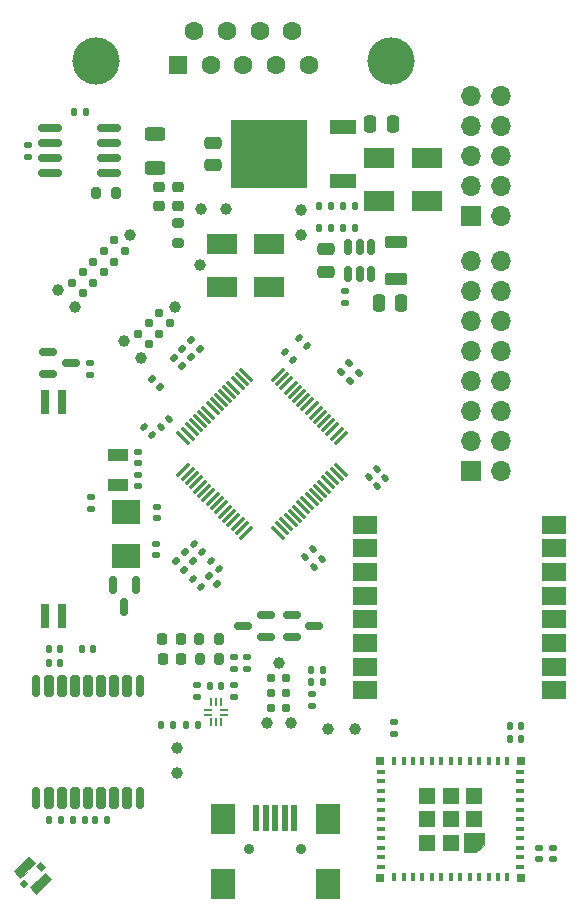
<source format=gbr>
%TF.GenerationSoftware,KiCad,Pcbnew,(6.0.9)*%
%TF.CreationDate,2023-01-07T15:13:03-07:00*%
%TF.ProjectId,gd32-devboard,67643332-2d64-4657-9662-6f6172642e6b,rev?*%
%TF.SameCoordinates,Original*%
%TF.FileFunction,Soldermask,Top*%
%TF.FilePolarity,Negative*%
%FSLAX46Y46*%
G04 Gerber Fmt 4.6, Leading zero omitted, Abs format (unit mm)*
G04 Created by KiCad (PCBNEW (6.0.9)) date 2023-01-07 15:13:03*
%MOMM*%
%LPD*%
G01*
G04 APERTURE LIST*
G04 Aperture macros list*
%AMRoundRect*
0 Rectangle with rounded corners*
0 $1 Rounding radius*
0 $2 $3 $4 $5 $6 $7 $8 $9 X,Y pos of 4 corners*
0 Add a 4 corners polygon primitive as box body*
4,1,4,$2,$3,$4,$5,$6,$7,$8,$9,$2,$3,0*
0 Add four circle primitives for the rounded corners*
1,1,$1+$1,$2,$3*
1,1,$1+$1,$4,$5*
1,1,$1+$1,$6,$7*
1,1,$1+$1,$8,$9*
0 Add four rect primitives between the rounded corners*
20,1,$1+$1,$2,$3,$4,$5,0*
20,1,$1+$1,$4,$5,$6,$7,0*
20,1,$1+$1,$6,$7,$8,$9,0*
20,1,$1+$1,$8,$9,$2,$3,0*%
%AMRotRect*
0 Rectangle, with rotation*
0 The origin of the aperture is its center*
0 $1 length*
0 $2 width*
0 $3 Rotation angle, in degrees counterclockwise*
0 Add horizontal line*
21,1,$1,$2,0,0,$3*%
G04 Aperture macros list end*
%ADD10C,0.010000*%
%ADD11C,0.001000*%
%ADD12R,0.800000X0.400000*%
%ADD13R,0.400000X0.800000*%
%ADD14R,1.450000X1.450000*%
%ADD15R,0.700000X0.700000*%
%ADD16RoundRect,0.140000X-0.170000X0.140000X-0.170000X-0.140000X0.170000X-0.140000X0.170000X0.140000X0*%
%ADD17RoundRect,0.140000X0.219203X0.021213X0.021213X0.219203X-0.219203X-0.021213X-0.021213X-0.219203X0*%
%ADD18RoundRect,0.135000X-0.035355X0.226274X-0.226274X0.035355X0.035355X-0.226274X0.226274X-0.035355X0*%
%ADD19RoundRect,0.140000X-0.140000X-0.170000X0.140000X-0.170000X0.140000X0.170000X-0.140000X0.170000X0*%
%ADD20R,1.800000X1.000000*%
%ADD21R,0.800000X2.000000*%
%ADD22RoundRect,0.250000X-0.250000X-0.475000X0.250000X-0.475000X0.250000X0.475000X-0.250000X0.475000X0*%
%ADD23RoundRect,0.140000X0.140000X0.170000X-0.140000X0.170000X-0.140000X-0.170000X0.140000X-0.170000X0*%
%ADD24C,0.990600*%
%ADD25C,0.787400*%
%ADD26R,2.000000X1.500000*%
%ADD27C,1.000000*%
%ADD28R,1.700000X1.700000*%
%ADD29O,1.700000X1.700000*%
%ADD30RoundRect,0.150000X-0.150000X0.512500X-0.150000X-0.512500X0.150000X-0.512500X0.150000X0.512500X0*%
%ADD31RoundRect,0.218750X-0.256250X0.218750X-0.256250X-0.218750X0.256250X-0.218750X0.256250X0.218750X0*%
%ADD32RoundRect,0.140000X0.021213X-0.219203X0.219203X-0.021213X-0.021213X0.219203X-0.219203X0.021213X0*%
%ADD33RoundRect,0.135000X-0.185000X0.135000X-0.185000X-0.135000X0.185000X-0.135000X0.185000X0.135000X0*%
%ADD34C,4.000000*%
%ADD35R,1.600000X1.600000*%
%ADD36C,1.600000*%
%ADD37RoundRect,0.135000X-0.135000X-0.185000X0.135000X-0.185000X0.135000X0.185000X-0.135000X0.185000X0*%
%ADD38R,2.500000X1.800000*%
%ADD39RoundRect,0.140000X-0.021213X0.219203X-0.219203X0.021213X0.021213X-0.219203X0.219203X-0.021213X0*%
%ADD40RoundRect,0.150000X0.587500X0.150000X-0.587500X0.150000X-0.587500X-0.150000X0.587500X-0.150000X0*%
%ADD41RoundRect,0.135000X-0.226274X-0.035355X-0.035355X-0.226274X0.226274X0.035355X0.035355X0.226274X0*%
%ADD42RoundRect,0.150000X-0.587500X-0.150000X0.587500X-0.150000X0.587500X0.150000X-0.587500X0.150000X0*%
%ADD43RoundRect,0.175000X-0.175000X0.725000X-0.175000X-0.725000X0.175000X-0.725000X0.175000X0.725000X0*%
%ADD44RoundRect,0.200000X-0.200000X0.700000X-0.200000X-0.700000X0.200000X-0.700000X0.200000X0.700000X0*%
%ADD45R,0.762000X0.254000*%
%ADD46R,0.254000X0.762000*%
%ADD47RoundRect,0.200000X0.275000X-0.200000X0.275000X0.200000X-0.275000X0.200000X-0.275000X-0.200000X0*%
%ADD48RoundRect,0.140000X0.170000X-0.140000X0.170000X0.140000X-0.170000X0.140000X-0.170000X-0.140000X0*%
%ADD49R,2.200000X1.200000*%
%ADD50R,6.400000X5.800000*%
%ADD51RoundRect,0.135000X0.135000X0.185000X-0.135000X0.185000X-0.135000X-0.185000X0.135000X-0.185000X0*%
%ADD52RoundRect,0.075000X-0.441942X-0.548008X0.548008X0.441942X0.441942X0.548008X-0.548008X-0.441942X0*%
%ADD53RoundRect,0.075000X0.441942X-0.548008X0.548008X-0.441942X-0.441942X0.548008X-0.548008X0.441942X0*%
%ADD54RoundRect,0.135000X0.185000X-0.135000X0.185000X0.135000X-0.185000X0.135000X-0.185000X-0.135000X0*%
%ADD55R,2.400000X2.000000*%
%ADD56RotRect,0.600000X0.550000X135.000000*%
%ADD57RotRect,0.500000X0.500000X135.000000*%
%ADD58RoundRect,0.250000X0.475000X-0.250000X0.475000X0.250000X-0.475000X0.250000X-0.475000X-0.250000X0*%
%ADD59C,0.900000*%
%ADD60R,0.500000X2.300000*%
%ADD61R,2.000000X2.500000*%
%ADD62RoundRect,0.250000X0.700000X-0.275000X0.700000X0.275000X-0.700000X0.275000X-0.700000X-0.275000X0*%
%ADD63RoundRect,0.147500X0.226274X0.017678X0.017678X0.226274X-0.226274X-0.017678X-0.017678X-0.226274X0*%
%ADD64RoundRect,0.147500X0.147500X0.172500X-0.147500X0.172500X-0.147500X-0.172500X0.147500X-0.172500X0*%
%ADD65RoundRect,0.218750X0.218750X0.256250X-0.218750X0.256250X-0.218750X-0.256250X0.218750X-0.256250X0*%
%ADD66RoundRect,0.150000X-0.150000X0.587500X-0.150000X-0.587500X0.150000X-0.587500X0.150000X0.587500X0*%
%ADD67RoundRect,0.150000X-0.825000X-0.150000X0.825000X-0.150000X0.825000X0.150000X-0.825000X0.150000X0*%
%ADD68RoundRect,0.250000X-0.625000X0.312500X-0.625000X-0.312500X0.625000X-0.312500X0.625000X0.312500X0*%
%ADD69RoundRect,0.200000X0.200000X0.275000X-0.200000X0.275000X-0.200000X-0.275000X0.200000X-0.275000X0*%
G04 APERTURE END LIST*
%TO.C,U302*%
G36*
X59411204Y-102796204D02*
G01*
X58751204Y-103456204D01*
X57761204Y-103456204D01*
X57761204Y-101806204D01*
X59411204Y-101806204D01*
X59411204Y-102796204D01*
G37*
D10*
X59411204Y-102796204D02*
X58751204Y-103456204D01*
X57761204Y-103456204D01*
X57761204Y-101806204D01*
X59411204Y-101806204D01*
X59411204Y-102796204D01*
%TO.C,AE301*%
G36*
X22783919Y-105725269D02*
G01*
X21525269Y-106983919D01*
X20973726Y-106432376D01*
X21496985Y-105909117D01*
X21595980Y-105923259D01*
X21723259Y-105795980D01*
X21709117Y-105696985D01*
X22232376Y-105173726D01*
X22783919Y-105725269D01*
G37*
D11*
X22783919Y-105725269D02*
X21525269Y-106983919D01*
X20973726Y-106432376D01*
X21496985Y-105909117D01*
X21595980Y-105923259D01*
X21723259Y-105795980D01*
X21709117Y-105696985D01*
X22232376Y-105173726D01*
X22783919Y-105725269D01*
G36*
X21426274Y-104367624D02*
G01*
X20903015Y-104890883D01*
X20804020Y-104876741D01*
X20676741Y-105004020D01*
X20690883Y-105103015D01*
X20167624Y-105626274D01*
X19616081Y-105074731D01*
X20874731Y-103816081D01*
X21426274Y-104367624D01*
G37*
X21426274Y-104367624D02*
X20903015Y-104890883D01*
X20804020Y-104876741D01*
X20676741Y-105004020D01*
X20690883Y-105103015D01*
X20167624Y-105626274D01*
X19616081Y-105074731D01*
X20874731Y-103816081D01*
X21426274Y-104367624D01*
%TD*%
D12*
%TO.C,U302*%
X62511204Y-104656204D03*
X62511204Y-103856204D03*
X62511204Y-103056204D03*
X62511204Y-102256204D03*
X62511204Y-101456204D03*
X62511204Y-100656204D03*
X62511204Y-99856204D03*
X62511204Y-99056204D03*
X62511204Y-98256204D03*
X62511204Y-97456204D03*
X62511204Y-96656204D03*
D13*
X61411204Y-95756204D03*
X60611204Y-95756204D03*
X59811204Y-95756204D03*
X59011204Y-95756204D03*
X58211204Y-95756204D03*
X57411204Y-95756204D03*
X56611204Y-95756204D03*
X55811204Y-95756204D03*
X55011204Y-95756204D03*
X54211204Y-95756204D03*
X53411204Y-95756204D03*
X52611204Y-95756204D03*
X51811204Y-95756204D03*
D12*
X50711204Y-96656204D03*
X50711204Y-97456204D03*
X50711204Y-98256204D03*
X50711204Y-99056204D03*
X50711204Y-99856204D03*
X50711204Y-100656204D03*
X50711204Y-101456204D03*
X50711204Y-102256204D03*
X50711204Y-103056204D03*
X50711204Y-103856204D03*
X50711204Y-104656204D03*
D13*
X51811204Y-105556204D03*
X52611204Y-105556204D03*
X53411204Y-105556204D03*
X54211204Y-105556204D03*
X55011204Y-105556204D03*
X55811204Y-105556204D03*
X56611204Y-105556204D03*
X57411204Y-105556204D03*
X58211204Y-105556204D03*
X59011204Y-105556204D03*
X59811204Y-105556204D03*
X60611204Y-105556204D03*
X61411204Y-105556204D03*
D14*
X56611204Y-102631204D03*
X54636204Y-102631204D03*
X54636204Y-100656204D03*
X54636204Y-98681204D03*
X56611204Y-98681204D03*
X58586204Y-98681204D03*
X58586204Y-100656204D03*
X56611204Y-100656204D03*
D15*
X50661204Y-105606204D03*
X50661204Y-95706204D03*
X62561204Y-95706204D03*
X62561204Y-105606204D03*
%TD*%
D16*
%TO.C,C701*%
X26186204Y-73403796D03*
X26186204Y-74363796D03*
%TD*%
D17*
%TO.C,C207*%
X44480696Y-60552757D03*
X43801874Y-59873935D03*
%TD*%
D18*
%TO.C,R702*%
X48828651Y-62839046D03*
X48107403Y-63560294D03*
%TD*%
D16*
%TO.C,C205*%
X31706204Y-74223796D03*
X31706204Y-75183796D03*
%TD*%
%TO.C,C306*%
X64076204Y-103093795D03*
X64076204Y-104053795D03*
%TD*%
D19*
%TO.C,C310*%
X61593795Y-93843796D03*
X62553795Y-93843796D03*
%TD*%
D20*
%TO.C,Y201*%
X28406204Y-72343796D03*
X28406204Y-69843796D03*
%TD*%
D21*
%TO.C,BT201*%
X22230000Y-65350000D03*
X23730000Y-65350000D03*
%TD*%
D22*
%TO.C,C403*%
X50527450Y-56965009D03*
X52427450Y-56965009D03*
%TD*%
D23*
%TO.C,C302*%
X23553795Y-87446204D03*
X22593795Y-87446204D03*
%TD*%
D24*
%TO.C,J301*%
X43082203Y-92543795D03*
X41050203Y-92543795D03*
X42066203Y-87463795D03*
D25*
X41431203Y-88733795D03*
X42701203Y-88733795D03*
X41431203Y-90003795D03*
X42701203Y-90003795D03*
X41431203Y-91273795D03*
X42701203Y-91273795D03*
%TD*%
D17*
%TO.C,C215*%
X37024517Y-79447098D03*
X36345695Y-78768276D03*
%TD*%
D26*
%TO.C,U304*%
X65340000Y-89730000D03*
X65340000Y-87730000D03*
X65340000Y-85730000D03*
X65340000Y-83730000D03*
X65340000Y-81730000D03*
X65340000Y-79730000D03*
X65340000Y-77730000D03*
X65340000Y-75730000D03*
X49340000Y-75730000D03*
X49340000Y-77730000D03*
X49340000Y-79730000D03*
X49340000Y-81730000D03*
X49340000Y-83730000D03*
X49340000Y-85730000D03*
X49340000Y-87730000D03*
X49340000Y-89730000D03*
%TD*%
D27*
%TO.C,TP301*%
X33466205Y-94586204D03*
%TD*%
D28*
%TO.C,J901*%
X58300000Y-49620000D03*
D29*
X60840000Y-49620000D03*
X58300000Y-47080000D03*
X60840000Y-47080000D03*
X58300000Y-44540000D03*
X60840000Y-44540000D03*
X58300000Y-42000000D03*
X60840000Y-42000000D03*
X58300000Y-39460000D03*
X60840000Y-39460000D03*
%TD*%
D30*
%TO.C,U402*%
X49842550Y-52196297D03*
X48892550Y-52196297D03*
X47942550Y-52196297D03*
X47942550Y-54471297D03*
X48892550Y-54471297D03*
X49842550Y-54471297D03*
%TD*%
D31*
%TO.C,D405*%
X33550000Y-47137500D03*
X33550000Y-48712500D03*
%TD*%
D19*
%TO.C,C303*%
X25363796Y-86203796D03*
X26323796Y-86203796D03*
%TD*%
D32*
%TO.C,C214*%
X32077465Y-67438198D03*
X32756287Y-66759376D03*
%TD*%
D33*
%TO.C,R306*%
X51811204Y-92406204D03*
X51811204Y-93426204D03*
%TD*%
D19*
%TO.C,C304*%
X26520000Y-100740000D03*
X27480000Y-100740000D03*
%TD*%
D34*
%TO.C,J401*%
X26556205Y-36496866D03*
X51556205Y-36496866D03*
D35*
X33516205Y-36796866D03*
D36*
X36286205Y-36796866D03*
X39056205Y-36796866D03*
X41826205Y-36796866D03*
X44596205Y-36796866D03*
X34901205Y-33956866D03*
X37671205Y-33956866D03*
X40441205Y-33956866D03*
X43211205Y-33956866D03*
%TD*%
D37*
%TO.C,R308*%
X22590000Y-100750000D03*
X23610000Y-100750000D03*
%TD*%
D38*
%TO.C,D403*%
X37263796Y-55616204D03*
X41263796Y-55616204D03*
%TD*%
D39*
%TO.C,C210*%
X45746535Y-78614087D03*
X45067713Y-79292909D03*
%TD*%
D40*
%TO.C,Q302*%
X40933703Y-85253796D03*
X40933703Y-83353796D03*
X39058703Y-84303796D03*
%TD*%
D41*
%TO.C,R203*%
X31291782Y-63346482D03*
X32013030Y-64067730D03*
%TD*%
D31*
%TO.C,D204*%
X31925000Y-47137500D03*
X31925000Y-48712500D03*
%TD*%
D41*
%TO.C,R202*%
X34087071Y-78042171D03*
X34808319Y-78763419D03*
%TD*%
D16*
%TO.C,C308*%
X65276205Y-103093795D03*
X65276205Y-104053795D03*
%TD*%
D42*
%TO.C,D201*%
X22546296Y-61093796D03*
X22546296Y-62993796D03*
X24421296Y-62043796D03*
%TD*%
D27*
%TO.C,TP404*%
X37567129Y-48983796D03*
%TD*%
D43*
%TO.C,U301*%
X30280000Y-89340000D03*
D44*
X29180000Y-89340000D03*
X28080000Y-89340000D03*
X26980000Y-89340000D03*
X25880000Y-89340000D03*
X24780000Y-89340000D03*
X23680000Y-89340000D03*
X22580000Y-89340000D03*
D43*
X21480000Y-89340000D03*
X21480000Y-98840000D03*
D44*
X22580000Y-98840000D03*
X23680000Y-98840000D03*
X24780000Y-98840000D03*
X25880000Y-98840000D03*
X26980000Y-98840000D03*
X28080000Y-98840000D03*
X29180000Y-98840000D03*
D43*
X30280000Y-98840000D03*
%TD*%
D45*
%TO.C,U601*%
X36089403Y-91393405D03*
X36089403Y-91799805D03*
D46*
X36343403Y-92460205D03*
X36749803Y-92460205D03*
X37156203Y-92460205D03*
D45*
X37410203Y-91799805D03*
X37410203Y-91393405D03*
D46*
X37156203Y-90733005D03*
X36749803Y-90733005D03*
X36343403Y-90733005D03*
%TD*%
D33*
%TO.C,R301*%
X39336204Y-86923796D03*
X39336204Y-87943796D03*
%TD*%
D28*
%TO.C,J801*%
X58300000Y-71200001D03*
D29*
X60840000Y-71200001D03*
X58300000Y-68660001D03*
X60840000Y-68660001D03*
X58300000Y-66120001D03*
X60840000Y-66120001D03*
X58300000Y-63580001D03*
X60840000Y-63580001D03*
X58300000Y-61040001D03*
X60840000Y-61040001D03*
X58300000Y-58500001D03*
X60840000Y-58500001D03*
X58300000Y-55960001D03*
X60840000Y-55960001D03*
X58300000Y-53420001D03*
X60840000Y-53420001D03*
%TD*%
D47*
%TO.C,R408*%
X33550000Y-51850000D03*
X33550000Y-50200000D03*
%TD*%
D48*
%TO.C,C208*%
X26086204Y-63003796D03*
X26086204Y-62043796D03*
%TD*%
%TO.C,C204*%
X30136204Y-72426204D03*
X30136204Y-71466204D03*
%TD*%
D27*
%TO.C,TP401*%
X43903796Y-49093796D03*
%TD*%
%TO.C,TP403*%
X43903796Y-51173796D03*
%TD*%
D49*
%TO.C,U401*%
X47486204Y-46596204D03*
D50*
X41186204Y-44316204D03*
D49*
X47486204Y-42036204D03*
%TD*%
D41*
%TO.C,R201*%
X33328344Y-78800896D03*
X34049592Y-79522144D03*
%TD*%
D51*
%TO.C,R402*%
X33086205Y-92681204D03*
X32066205Y-92681204D03*
%TD*%
D52*
%TO.C,U201*%
X33969315Y-71074977D03*
X34322868Y-71428530D03*
X34676421Y-71782083D03*
X35029975Y-72135637D03*
X35383528Y-72489190D03*
X35737082Y-72842744D03*
X36090635Y-73196297D03*
X36444188Y-73549850D03*
X36797742Y-73903404D03*
X37151295Y-74256957D03*
X37504848Y-74610510D03*
X37858402Y-74964064D03*
X38211955Y-75317617D03*
X38565509Y-75671171D03*
X38919062Y-76024724D03*
X39272615Y-76378277D03*
D53*
X41994977Y-76378277D03*
X42348530Y-76024724D03*
X42702083Y-75671171D03*
X43055637Y-75317617D03*
X43409190Y-74964064D03*
X43762744Y-74610510D03*
X44116297Y-74256957D03*
X44469850Y-73903404D03*
X44823404Y-73549850D03*
X45176957Y-73196297D03*
X45530510Y-72842744D03*
X45884064Y-72489190D03*
X46237617Y-72135637D03*
X46591171Y-71782083D03*
X46944724Y-71428530D03*
X47298277Y-71074977D03*
D52*
X47298277Y-68352615D03*
X46944724Y-67999062D03*
X46591171Y-67645509D03*
X46237617Y-67291955D03*
X45884064Y-66938402D03*
X45530510Y-66584848D03*
X45176957Y-66231295D03*
X44823404Y-65877742D03*
X44469850Y-65524188D03*
X44116297Y-65170635D03*
X43762744Y-64817082D03*
X43409190Y-64463528D03*
X43055637Y-64109975D03*
X42702083Y-63756421D03*
X42348530Y-63402868D03*
X41994977Y-63049315D03*
D53*
X39272615Y-63049315D03*
X38919062Y-63402868D03*
X38565509Y-63756421D03*
X38211955Y-64109975D03*
X37858402Y-64463528D03*
X37504848Y-64817082D03*
X37151295Y-65170635D03*
X36797742Y-65524188D03*
X36444188Y-65877742D03*
X36090635Y-66231295D03*
X35737082Y-66584848D03*
X35383528Y-66938402D03*
X35029975Y-67291955D03*
X34676421Y-67645509D03*
X34322868Y-67999062D03*
X33969315Y-68352615D03*
%TD*%
D37*
%TO.C,R404*%
X45452460Y-48716204D03*
X46472460Y-48716204D03*
%TD*%
D54*
%TO.C,R602*%
X35103796Y-90306205D03*
X35103796Y-89286205D03*
%TD*%
D55*
%TO.C,Y202*%
X29153796Y-78326204D03*
X29153796Y-74626204D03*
%TD*%
D32*
%TO.C,C206*%
X50360589Y-72439411D03*
X51039411Y-71760589D03*
%TD*%
D33*
%TO.C,R302*%
X44846204Y-90063796D03*
X44846204Y-91083796D03*
%TD*%
D38*
%TO.C,D402*%
X50563796Y-48323796D03*
X54563796Y-48323796D03*
%TD*%
D51*
%TO.C,R303*%
X45793796Y-88006204D03*
X44773796Y-88006204D03*
%TD*%
D56*
%TO.C,AE301*%
X21889429Y-104710571D03*
D57*
X20492893Y-106107107D03*
%TD*%
D58*
%TO.C,C405*%
X46042461Y-54283797D03*
X46042461Y-52383797D03*
%TD*%
D59*
%TO.C,J601*%
X39540000Y-103212500D03*
X43940000Y-103212500D03*
D60*
X40140000Y-100562500D03*
X40940000Y-100562500D03*
X41740000Y-100562500D03*
X42540000Y-100562500D03*
X43340000Y-100562500D03*
D61*
X37290000Y-100662500D03*
X46190000Y-100662500D03*
X46190000Y-106162500D03*
X37290000Y-106162500D03*
%TD*%
D27*
%TO.C,TP303*%
X48533704Y-92986204D03*
%TD*%
D16*
%TO.C,C201*%
X30136204Y-69533796D03*
X30136204Y-70493796D03*
%TD*%
D27*
%TO.C,TP405*%
X35375000Y-53750000D03*
%TD*%
D62*
%TO.C,L401*%
X51977450Y-54908797D03*
X51977450Y-51758797D03*
%TD*%
D63*
%TO.C,FB201*%
X36787297Y-80711391D03*
X36101403Y-80025497D03*
%TD*%
D64*
%TO.C,L302*%
X25635000Y-100750000D03*
X24665000Y-100750000D03*
%TD*%
D17*
%TO.C,C209*%
X31292292Y-68120061D03*
X30613470Y-67441239D03*
%TD*%
D27*
%TO.C,TP304*%
X46226205Y-92986204D03*
%TD*%
D33*
%TO.C,R305*%
X38276204Y-86923796D03*
X38276204Y-87943796D03*
%TD*%
D21*
%TO.C,BT301*%
X23730000Y-83420000D03*
X22230000Y-83420000D03*
%TD*%
D23*
%TO.C,C309*%
X62553796Y-92756204D03*
X61593796Y-92756204D03*
%TD*%
D65*
%TO.C,D203*%
X33787500Y-87050000D03*
X32212500Y-87050000D03*
%TD*%
D27*
%TO.C,TP302*%
X33466204Y-96766204D03*
%TD*%
D66*
%TO.C,D301*%
X29926205Y-80846296D03*
X28026205Y-80846296D03*
X28976205Y-82721296D03*
%TD*%
D32*
%TO.C,C212*%
X49660589Y-71639411D03*
X50339411Y-70960589D03*
%TD*%
D19*
%TO.C,C601*%
X36193796Y-89343796D03*
X37153796Y-89343796D03*
%TD*%
D24*
%TO.C,J201*%
X29483055Y-51188202D03*
X23376481Y-55857935D03*
X24813322Y-57294776D03*
D25*
X28136016Y-51637215D03*
X27237991Y-52535241D03*
X26339965Y-53433266D03*
X25441940Y-54331292D03*
X24543914Y-55229317D03*
X25441940Y-56127343D03*
X26339965Y-55229317D03*
X27237991Y-54331292D03*
X28136016Y-53433266D03*
X29034042Y-52535241D03*
%TD*%
D37*
%TO.C,R406*%
X47512461Y-50602583D03*
X48532461Y-50602583D03*
%TD*%
D39*
%TO.C,C211*%
X44923692Y-77791243D03*
X44244870Y-78470065D03*
%TD*%
D19*
%TO.C,C301*%
X22593795Y-86203796D03*
X23553795Y-86203796D03*
%TD*%
D51*
%TO.C,R401*%
X35176205Y-92681204D03*
X34156205Y-92681204D03*
%TD*%
D41*
%TO.C,R703*%
X33157395Y-61560869D03*
X33878643Y-62282117D03*
%TD*%
D27*
%TO.C,TP402*%
X35483796Y-48983796D03*
%TD*%
D67*
%TO.C,U501*%
X22708796Y-42168796D03*
X22708796Y-43438796D03*
X22708796Y-44708796D03*
X22708796Y-45978796D03*
X27658796Y-45978796D03*
X27658796Y-44708796D03*
X27658796Y-43438796D03*
X27658796Y-42168796D03*
%TD*%
D68*
%TO.C,R502*%
X31596204Y-42611296D03*
X31596204Y-45536296D03*
%TD*%
D38*
%TO.C,D404*%
X37263796Y-51923796D03*
X41263796Y-51923796D03*
%TD*%
D18*
%TO.C,R701*%
X48016016Y-62026411D03*
X47294768Y-62747659D03*
%TD*%
D41*
%TO.C,R705*%
X34635349Y-60082915D03*
X35356597Y-60804163D03*
%TD*%
D69*
%TO.C,R205*%
X36990000Y-87045000D03*
X35340000Y-87045000D03*
%TD*%
D48*
%TO.C,C202*%
X31696204Y-78306204D03*
X31696204Y-77346204D03*
%TD*%
D42*
%TO.C,Q301*%
X43148704Y-83353796D03*
X43148704Y-85253796D03*
X45023704Y-84303796D03*
%TD*%
D37*
%TO.C,R304*%
X44773796Y-89060000D03*
X45793796Y-89060000D03*
%TD*%
D69*
%TO.C,R206*%
X28250000Y-47625000D03*
X26600000Y-47625000D03*
%TD*%
D38*
%TO.C,D401*%
X50563796Y-44673796D03*
X54563796Y-44673796D03*
%TD*%
D17*
%TO.C,C216*%
X35494852Y-80976763D03*
X34816030Y-80297941D03*
%TD*%
D24*
%TO.C,J202*%
X33266825Y-57301731D03*
X28956302Y-60175413D03*
X30393143Y-61612254D03*
D25*
X31919787Y-57750744D03*
X32817812Y-58648769D03*
X31021761Y-58648769D03*
X31919787Y-59546795D03*
X30123736Y-59546795D03*
X31021761Y-60444820D03*
%TD*%
D65*
%TO.C,D202*%
X33775000Y-85400000D03*
X32200000Y-85400000D03*
%TD*%
D54*
%TO.C,R601*%
X38233796Y-90306204D03*
X38233796Y-89286204D03*
%TD*%
D37*
%TO.C,R407*%
X45452460Y-50602583D03*
X46472460Y-50602583D03*
%TD*%
D41*
%TO.C,R704*%
X33884466Y-60833798D03*
X34605714Y-61555046D03*
%TD*%
D33*
%TO.C,R405*%
X47624993Y-55927450D03*
X47624993Y-56947450D03*
%TD*%
D48*
%TO.C,C502*%
X20813796Y-44553796D03*
X20813796Y-43593796D03*
%TD*%
D17*
%TO.C,C203*%
X35531271Y-77998041D03*
X34852449Y-77319219D03*
%TD*%
D58*
%TO.C,C402*%
X36453797Y-45266204D03*
X36453797Y-43366204D03*
%TD*%
D69*
%TO.C,R204*%
X36952500Y-85405000D03*
X35302500Y-85405000D03*
%TD*%
D37*
%TO.C,R403*%
X47512461Y-48716204D03*
X48532461Y-48716204D03*
%TD*%
D22*
%TO.C,C401*%
X49793795Y-41796204D03*
X51693795Y-41796204D03*
%TD*%
D17*
%TO.C,C213*%
X43258330Y-61775124D03*
X42579508Y-61096302D03*
%TD*%
D37*
%TO.C,R501*%
X24673796Y-40773796D03*
X25693796Y-40773796D03*
%TD*%
M02*

</source>
